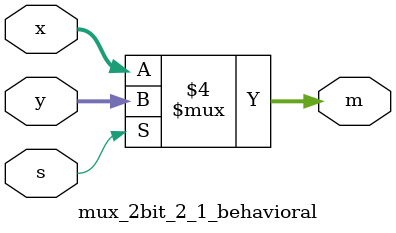
<source format=v>
`timescale 1ns / 1ps


module mux_2bit_2_1_behavioral(
    input [1:0] x,
    input [1:0] y,
    input s,
    output reg [1:0] m
    );
    
    always @(*) begin
        if (s == 0) begin
            m = x;
        end else begin
            m = y;
        end
      
    end
    
endmodule

</source>
